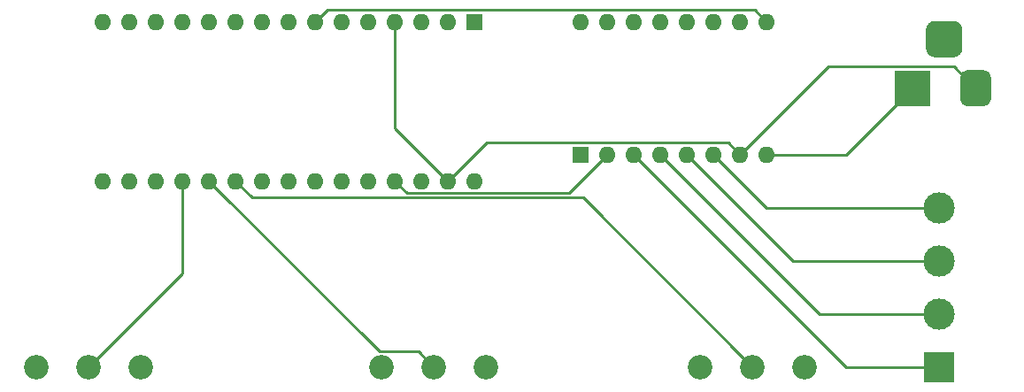
<source format=gbr>
%TF.GenerationSoftware,KiCad,Pcbnew,5.1.10-88a1d61d58~90~ubuntu20.04.1*%
%TF.CreationDate,2021-10-01T23:23:12+02:00*%
%TF.ProjectId,pcb_kicad,7063625f-6b69-4636-9164-2e6b69636164,rev?*%
%TF.SameCoordinates,Original*%
%TF.FileFunction,Copper,L1,Top*%
%TF.FilePolarity,Positive*%
%FSLAX46Y46*%
G04 Gerber Fmt 4.6, Leading zero omitted, Abs format (unit mm)*
G04 Created by KiCad (PCBNEW 5.1.10-88a1d61d58~90~ubuntu20.04.1) date 2021-10-01 23:23:12*
%MOMM*%
%LPD*%
G01*
G04 APERTURE LIST*
%TA.AperFunction,ComponentPad*%
%ADD10C,2.340000*%
%TD*%
%TA.AperFunction,ComponentPad*%
%ADD11C,3.000000*%
%TD*%
%TA.AperFunction,ComponentPad*%
%ADD12R,3.000000X3.000000*%
%TD*%
%TA.AperFunction,ComponentPad*%
%ADD13O,1.600000X1.600000*%
%TD*%
%TA.AperFunction,ComponentPad*%
%ADD14R,1.600000X1.600000*%
%TD*%
%TA.AperFunction,ComponentPad*%
%ADD15R,3.500000X3.500000*%
%TD*%
%TA.AperFunction,Conductor*%
%ADD16C,0.250000*%
%TD*%
G04 APERTURE END LIST*
D10*
%TO.P,RV1,1*%
%TO.N,+5V*%
X72390000Y-97790000D03*
%TO.P,RV1,2*%
%TO.N,Net-(Nano1-Pad19)*%
X77390000Y-97790000D03*
%TO.P,RV1,3*%
%TO.N,GND*%
X82390000Y-97790000D03*
%TD*%
%TO.P,RV3,1*%
%TO.N,+5V*%
X135890000Y-97790000D03*
%TO.P,RV3,2*%
%TO.N,Net-(Nano1-Pad21)*%
X140890000Y-97790000D03*
%TO.P,RV3,3*%
%TO.N,GND*%
X145890000Y-97790000D03*
%TD*%
%TO.P,RV2,1*%
%TO.N,+5V*%
X105410000Y-97790000D03*
%TO.P,RV2,2*%
%TO.N,Net-(Nano1-Pad20)*%
X110410000Y-97790000D03*
%TO.P,RV2,3*%
%TO.N,GND*%
X115410000Y-97790000D03*
%TD*%
D11*
%TO.P,J2,4*%
%TO.N,Net-(Driver1-Pad6)*%
X158750000Y-82550000D03*
D12*
%TO.P,J2,1*%
%TO.N,Net-(Driver1-Pad3)*%
X158750000Y-97790000D03*
D11*
%TO.P,J2,3*%
%TO.N,Net-(Driver1-Pad5)*%
X158750000Y-87630000D03*
%TO.P,J2,2*%
%TO.N,Net-(Driver1-Pad4)*%
X158750000Y-92710000D03*
%TD*%
D13*
%TO.P,Nano1,16*%
%TO.N,N/C*%
X78740000Y-80010000D03*
%TO.P,Nano1,15*%
X78740000Y-64770000D03*
%TO.P,Nano1,30*%
%TO.N,+12V*%
X114300000Y-80010000D03*
%TO.P,Nano1,14*%
%TO.N,N/C*%
X81280000Y-64770000D03*
%TO.P,Nano1,29*%
%TO.N,GND*%
X111760000Y-80010000D03*
%TO.P,Nano1,13*%
%TO.N,N/C*%
X83820000Y-64770000D03*
%TO.P,Nano1,28*%
X109220000Y-80010000D03*
%TO.P,Nano1,12*%
X86360000Y-64770000D03*
%TO.P,Nano1,27*%
%TO.N,+5V*%
X106680000Y-80010000D03*
%TO.P,Nano1,11*%
%TO.N,N/C*%
X88900000Y-64770000D03*
%TO.P,Nano1,26*%
X104140000Y-80010000D03*
%TO.P,Nano1,10*%
X91440000Y-64770000D03*
%TO.P,Nano1,25*%
X101600000Y-80010000D03*
%TO.P,Nano1,9*%
X93980000Y-64770000D03*
%TO.P,Nano1,24*%
X99060000Y-80010000D03*
%TO.P,Nano1,8*%
X96520000Y-64770000D03*
%TO.P,Nano1,23*%
X96520000Y-80010000D03*
%TO.P,Nano1,7*%
%TO.N,Net-(Driver1-Pad9)*%
X99060000Y-64770000D03*
%TO.P,Nano1,22*%
%TO.N,N/C*%
X93980000Y-80010000D03*
%TO.P,Nano1,6*%
%TO.N,Net-(Driver1-Pad15)*%
X101600000Y-64770000D03*
%TO.P,Nano1,21*%
%TO.N,Net-(Nano1-Pad21)*%
X91440000Y-80010000D03*
%TO.P,Nano1,5*%
%TO.N,Net-(Driver1-Pad16)*%
X104140000Y-64770000D03*
%TO.P,Nano1,20*%
%TO.N,Net-(Nano1-Pad20)*%
X88900000Y-80010000D03*
%TO.P,Nano1,4*%
%TO.N,GND*%
X106680000Y-64770000D03*
%TO.P,Nano1,19*%
%TO.N,Net-(Nano1-Pad19)*%
X86360000Y-80010000D03*
%TO.P,Nano1,3*%
%TO.N,N/C*%
X109220000Y-64770000D03*
%TO.P,Nano1,18*%
X83820000Y-80010000D03*
%TO.P,Nano1,2*%
X111760000Y-64770000D03*
%TO.P,Nano1,17*%
X81280000Y-80010000D03*
D14*
%TO.P,Nano1,1*%
X114300000Y-64770000D03*
%TD*%
%TO.P,J1,3*%
%TO.N,N/C*%
%TA.AperFunction,ComponentPad*%
G36*
G01*
X160960000Y-65545000D02*
X160960000Y-67295000D01*
G75*
G02*
X160085000Y-68170000I-875000J0D01*
G01*
X158335000Y-68170000D01*
G75*
G02*
X157460000Y-67295000I0J875000D01*
G01*
X157460000Y-65545000D01*
G75*
G02*
X158335000Y-64670000I875000J0D01*
G01*
X160085000Y-64670000D01*
G75*
G02*
X160960000Y-65545000I0J-875000D01*
G01*
G37*
%TD.AperFunction*%
%TO.P,J1,2*%
%TO.N,GND*%
%TA.AperFunction,ComponentPad*%
G36*
G01*
X163710000Y-70120000D02*
X163710000Y-72120000D01*
G75*
G02*
X162960000Y-72870000I-750000J0D01*
G01*
X161460000Y-72870000D01*
G75*
G02*
X160710000Y-72120000I0J750000D01*
G01*
X160710000Y-70120000D01*
G75*
G02*
X161460000Y-69370000I750000J0D01*
G01*
X162960000Y-69370000D01*
G75*
G02*
X163710000Y-70120000I0J-750000D01*
G01*
G37*
%TD.AperFunction*%
D15*
%TO.P,J1,1*%
%TO.N,+12V*%
X156210000Y-71120000D03*
%TD*%
D13*
%TO.P,Driver1,16*%
%TO.N,Net-(Driver1-Pad16)*%
X124460000Y-64770000D03*
%TO.P,Driver1,8*%
%TO.N,+12V*%
X142240000Y-77470000D03*
%TO.P,Driver1,15*%
%TO.N,Net-(Driver1-Pad15)*%
X127000000Y-64770000D03*
%TO.P,Driver1,7*%
%TO.N,GND*%
X139700000Y-77470000D03*
%TO.P,Driver1,14*%
%TO.N,Net-(Driver1-Pad13)*%
X129540000Y-64770000D03*
%TO.P,Driver1,6*%
%TO.N,Net-(Driver1-Pad6)*%
X137160000Y-77470000D03*
%TO.P,Driver1,13*%
%TO.N,Net-(Driver1-Pad13)*%
X132080000Y-64770000D03*
%TO.P,Driver1,5*%
%TO.N,Net-(Driver1-Pad5)*%
X134620000Y-77470000D03*
%TO.P,Driver1,12*%
%TO.N,N/C*%
X134620000Y-64770000D03*
%TO.P,Driver1,4*%
%TO.N,Net-(Driver1-Pad4)*%
X132080000Y-77470000D03*
%TO.P,Driver1,11*%
%TO.N,N/C*%
X137160000Y-64770000D03*
%TO.P,Driver1,3*%
%TO.N,Net-(Driver1-Pad3)*%
X129540000Y-77470000D03*
%TO.P,Driver1,10*%
%TO.N,N/C*%
X139700000Y-64770000D03*
%TO.P,Driver1,2*%
%TO.N,+5V*%
X127000000Y-77470000D03*
%TO.P,Driver1,9*%
%TO.N,Net-(Driver1-Pad9)*%
X142240000Y-64770000D03*
D14*
%TO.P,Driver1,1*%
%TO.N,GND*%
X124460000Y-77470000D03*
%TD*%
D16*
%TO.N,+12V*%
X149860000Y-77470000D02*
X156210000Y-71120000D01*
X142240000Y-77470000D02*
X149860000Y-77470000D01*
%TO.N,GND*%
X106680000Y-74930000D02*
X111760000Y-80010000D01*
X106680000Y-64770000D02*
X106680000Y-74930000D01*
X138574999Y-76344999D02*
X115425001Y-76344999D01*
X139700000Y-77470000D02*
X138574999Y-76344999D01*
X148125001Y-69044999D02*
X139700000Y-77470000D01*
X160134999Y-69044999D02*
X148125001Y-69044999D01*
X162210000Y-71120000D02*
X160134999Y-69044999D01*
X115425001Y-76344999D02*
X127540001Y-76344999D01*
X111760000Y-80010000D02*
X115425001Y-76344999D01*
%TO.N,Net-(Driver1-Pad6)*%
X142240000Y-82550000D02*
X158750000Y-82550000D01*
X137160000Y-77470000D02*
X142240000Y-82550000D01*
%TO.N,Net-(Driver1-Pad5)*%
X144780000Y-87630000D02*
X158750000Y-87630000D01*
X134620000Y-77470000D02*
X144780000Y-87630000D01*
%TO.N,Net-(Driver1-Pad4)*%
X147320000Y-92710000D02*
X158750000Y-92710000D01*
X132080000Y-77470000D02*
X147320000Y-92710000D01*
%TO.N,Net-(Driver1-Pad3)*%
X149860000Y-97790000D02*
X158750000Y-97790000D01*
X129540000Y-77470000D02*
X149860000Y-97790000D01*
%TO.N,+5V*%
X123334999Y-81135001D02*
X127000000Y-77470000D01*
X107805001Y-81135001D02*
X123334999Y-81135001D01*
X106680000Y-80010000D02*
X107805001Y-81135001D01*
%TO.N,Net-(Driver1-Pad9)*%
X100185001Y-63644999D02*
X99060000Y-64770000D01*
X141114999Y-63644999D02*
X100185001Y-63644999D01*
X142240000Y-64770000D02*
X141114999Y-63644999D01*
%TO.N,Net-(Nano1-Pad21)*%
X124685010Y-81585010D02*
X140890000Y-97790000D01*
X93015010Y-81585010D02*
X124685010Y-81585010D01*
X91440000Y-80010000D02*
X93015010Y-81585010D01*
%TO.N,Net-(Nano1-Pad20)*%
X105184999Y-96294999D02*
X88900000Y-80010000D01*
X108914999Y-96294999D02*
X105184999Y-96294999D01*
X110410000Y-97790000D02*
X108914999Y-96294999D01*
%TO.N,Net-(Nano1-Pad19)*%
X86360000Y-88820000D02*
X77390000Y-97790000D01*
X86360000Y-80010000D02*
X86360000Y-88820000D01*
%TD*%
M02*

</source>
